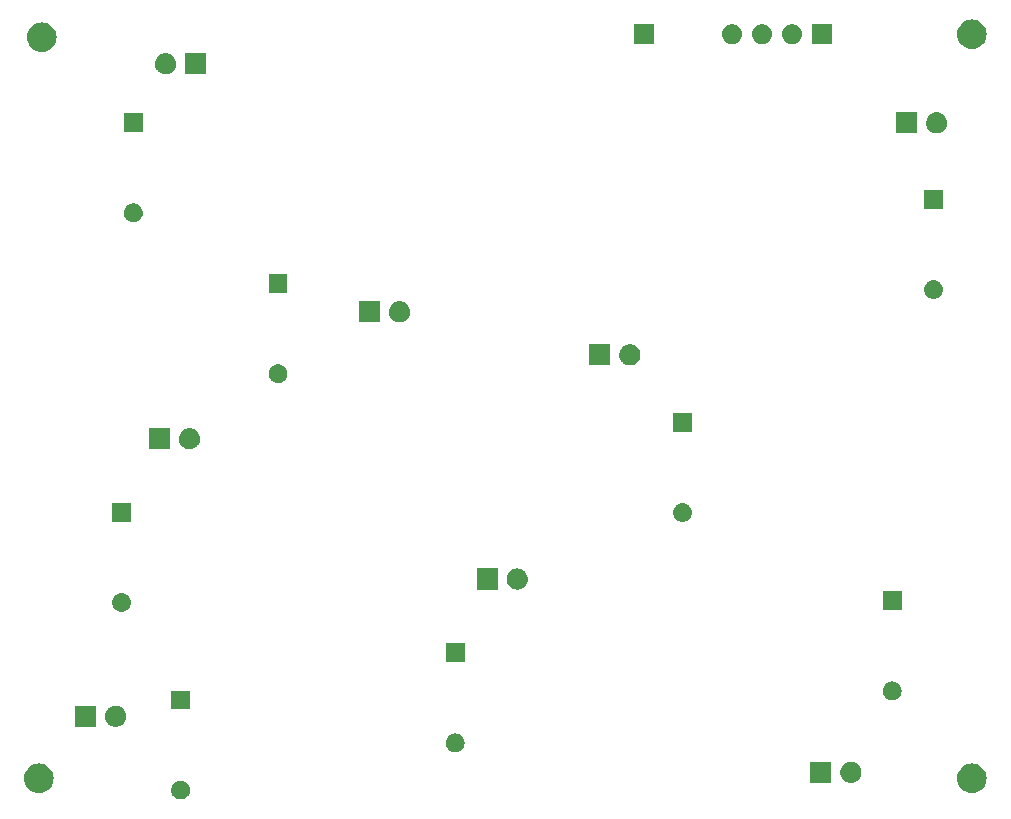
<source format=gbs>
G04 #@! TF.GenerationSoftware,KiCad,Pcbnew,8.0.5*
G04 #@! TF.CreationDate,2024-11-10T14:51:54+09:00*
G04 #@! TF.ProjectId,house_controller_multiplex_breakout_board,686f7573-655f-4636-9f6e-74726f6c6c65,rev?*
G04 #@! TF.SameCoordinates,Original*
G04 #@! TF.FileFunction,Soldermask,Bot*
G04 #@! TF.FilePolarity,Negative*
%FSLAX46Y46*%
G04 Gerber Fmt 4.6, Leading zero omitted, Abs format (unit mm)*
G04 Created by KiCad (PCBNEW 8.0.5) date 2024-11-10 14:51:54*
%MOMM*%
%LPD*%
G01*
G04 APERTURE LIST*
G04 APERTURE END LIST*
G36*
X77041811Y-124204711D02*
G01*
X77083588Y-124204711D01*
X77130718Y-124214728D01*
X77178017Y-124220058D01*
X77212408Y-124232092D01*
X77247110Y-124239468D01*
X77297117Y-124261733D01*
X77347107Y-124279225D01*
X77373128Y-124295575D01*
X77399835Y-124307466D01*
X77449633Y-124343646D01*
X77498792Y-124374535D01*
X77516444Y-124392187D01*
X77535084Y-124405730D01*
X77581165Y-124456908D01*
X77625465Y-124501208D01*
X77635654Y-124517424D01*
X77646946Y-124529965D01*
X77685573Y-124596870D01*
X77720775Y-124652893D01*
X77725170Y-124665453D01*
X77730535Y-124674746D01*
X77758010Y-124759305D01*
X77779942Y-124821983D01*
X77780773Y-124829363D01*
X77782195Y-124833738D01*
X77795076Y-124956306D01*
X77800000Y-125000000D01*
X77795076Y-125043697D01*
X77782195Y-125166261D01*
X77780773Y-125170635D01*
X77779942Y-125178017D01*
X77758005Y-125240707D01*
X77730535Y-125325253D01*
X77725171Y-125334543D01*
X77720775Y-125347107D01*
X77685566Y-125403140D01*
X77646946Y-125470034D01*
X77635656Y-125482572D01*
X77625465Y-125498792D01*
X77581155Y-125543101D01*
X77535084Y-125594269D01*
X77516448Y-125607808D01*
X77498792Y-125625465D01*
X77449623Y-125656359D01*
X77399835Y-125692533D01*
X77373134Y-125704421D01*
X77347107Y-125720775D01*
X77297107Y-125738270D01*
X77247110Y-125760531D01*
X77212414Y-125767905D01*
X77178017Y-125779942D01*
X77130715Y-125785271D01*
X77083588Y-125795289D01*
X77041811Y-125795289D01*
X77000000Y-125800000D01*
X76958189Y-125795289D01*
X76916412Y-125795289D01*
X76869284Y-125785271D01*
X76821983Y-125779942D01*
X76787586Y-125767906D01*
X76752889Y-125760531D01*
X76702887Y-125738268D01*
X76652893Y-125720775D01*
X76626868Y-125704422D01*
X76600164Y-125692533D01*
X76550369Y-125656355D01*
X76501208Y-125625465D01*
X76483554Y-125607811D01*
X76464915Y-125594269D01*
X76418833Y-125543090D01*
X76374535Y-125498792D01*
X76364345Y-125482575D01*
X76353053Y-125470034D01*
X76314420Y-125403120D01*
X76279225Y-125347107D01*
X76274830Y-125334547D01*
X76269464Y-125325253D01*
X76241980Y-125240667D01*
X76220058Y-125178017D01*
X76219226Y-125170639D01*
X76217804Y-125166261D01*
X76204908Y-125043565D01*
X76200000Y-125000000D01*
X76204908Y-124956438D01*
X76217804Y-124833738D01*
X76219226Y-124829358D01*
X76220058Y-124821983D01*
X76241975Y-124759345D01*
X76269464Y-124674746D01*
X76274831Y-124665449D01*
X76279225Y-124652893D01*
X76314413Y-124596890D01*
X76353053Y-124529965D01*
X76364347Y-124517421D01*
X76374535Y-124501208D01*
X76418826Y-124456916D01*
X76464917Y-124405728D01*
X76483559Y-124392183D01*
X76501208Y-124374535D01*
X76550354Y-124343654D01*
X76600162Y-124307467D01*
X76626873Y-124295574D01*
X76652893Y-124279225D01*
X76702877Y-124261734D01*
X76752889Y-124239468D01*
X76787592Y-124232091D01*
X76821983Y-124220058D01*
X76869281Y-124214728D01*
X76916412Y-124204711D01*
X76958189Y-124204711D01*
X77000000Y-124200000D01*
X77041811Y-124204711D01*
G37*
G36*
X65217060Y-122768990D02*
G01*
X65427525Y-122825384D01*
X65625000Y-122917468D01*
X65803485Y-123042444D01*
X65957556Y-123196515D01*
X66082532Y-123375000D01*
X66174616Y-123572475D01*
X66231010Y-123782940D01*
X66250000Y-124000000D01*
X66231010Y-124217060D01*
X66174616Y-124427525D01*
X66082532Y-124625000D01*
X65957556Y-124803485D01*
X65803485Y-124957556D01*
X65625000Y-125082532D01*
X65427525Y-125174616D01*
X65217060Y-125231010D01*
X65000000Y-125250000D01*
X64782940Y-125231010D01*
X64572475Y-125174616D01*
X64375000Y-125082532D01*
X64196515Y-124957556D01*
X64042444Y-124803485D01*
X63917468Y-124625000D01*
X63825384Y-124427525D01*
X63768990Y-124217060D01*
X63750000Y-124000000D01*
X63768990Y-123782940D01*
X63825384Y-123572475D01*
X63917468Y-123375000D01*
X64042444Y-123196515D01*
X64196515Y-123042444D01*
X64375000Y-122917468D01*
X64572475Y-122825384D01*
X64782940Y-122768990D01*
X65000000Y-122750000D01*
X65217060Y-122768990D01*
G37*
G36*
X144217060Y-122768990D02*
G01*
X144427525Y-122825384D01*
X144625000Y-122917468D01*
X144803485Y-123042444D01*
X144957556Y-123196515D01*
X145082532Y-123375000D01*
X145174616Y-123572475D01*
X145231010Y-123782940D01*
X145250000Y-124000000D01*
X145231010Y-124217060D01*
X145174616Y-124427525D01*
X145082532Y-124625000D01*
X144957556Y-124803485D01*
X144803485Y-124957556D01*
X144625000Y-125082532D01*
X144427525Y-125174616D01*
X144217060Y-125231010D01*
X144000000Y-125250000D01*
X143782940Y-125231010D01*
X143572475Y-125174616D01*
X143375000Y-125082532D01*
X143196515Y-124957556D01*
X143042444Y-124803485D01*
X142917468Y-124625000D01*
X142825384Y-124427525D01*
X142768990Y-124217060D01*
X142750000Y-124000000D01*
X142768990Y-123782940D01*
X142825384Y-123572475D01*
X142917468Y-123375000D01*
X143042444Y-123196515D01*
X143196515Y-123042444D01*
X143375000Y-122917468D01*
X143572475Y-122825384D01*
X143782940Y-122768990D01*
X144000000Y-122750000D01*
X144217060Y-122768990D01*
G37*
G36*
X132110000Y-124400000D02*
G01*
X130310000Y-124400000D01*
X130310000Y-122600000D01*
X132110000Y-122600000D01*
X132110000Y-124400000D01*
G37*
G36*
X133797113Y-122604930D02*
G01*
X133844076Y-122604930D01*
X133884622Y-122613548D01*
X133925526Y-122617577D01*
X133976916Y-122633166D01*
X134028115Y-122644049D01*
X134060879Y-122658636D01*
X134094304Y-122668776D01*
X134147420Y-122697166D01*
X134200000Y-122720577D01*
X134224445Y-122738337D01*
X134249849Y-122751916D01*
X134301669Y-122794444D01*
X134352218Y-122831170D01*
X134368631Y-122849398D01*
X134386190Y-122863809D01*
X134433379Y-122921308D01*
X134478115Y-122970993D01*
X134487512Y-122987269D01*
X134498083Y-123000150D01*
X134537183Y-123073302D01*
X134572191Y-123133937D01*
X134576218Y-123146331D01*
X134581223Y-123155695D01*
X134608821Y-123246672D01*
X134630333Y-123312879D01*
X134631090Y-123320082D01*
X134632422Y-123324473D01*
X134645377Y-123456021D01*
X134650000Y-123500000D01*
X134645377Y-123543982D01*
X134632422Y-123675526D01*
X134631090Y-123679916D01*
X134630333Y-123687121D01*
X134608816Y-123753341D01*
X134581223Y-123844304D01*
X134576219Y-123853665D01*
X134572191Y-123866063D01*
X134537176Y-123926709D01*
X134498083Y-123999849D01*
X134487514Y-124012726D01*
X134478115Y-124029007D01*
X134433369Y-124078701D01*
X134386190Y-124136190D01*
X134368634Y-124150597D01*
X134352218Y-124168830D01*
X134301659Y-124205563D01*
X134249849Y-124248083D01*
X134224450Y-124261658D01*
X134200000Y-124279423D01*
X134147408Y-124302838D01*
X134094304Y-124331223D01*
X134060886Y-124341360D01*
X134028115Y-124355951D01*
X133976905Y-124366836D01*
X133925526Y-124382422D01*
X133884631Y-124386449D01*
X133844076Y-124395070D01*
X133797103Y-124395070D01*
X133750000Y-124399709D01*
X133702897Y-124395070D01*
X133655924Y-124395070D01*
X133615368Y-124386449D01*
X133574473Y-124382422D01*
X133523091Y-124366835D01*
X133471885Y-124355951D01*
X133439115Y-124341361D01*
X133405695Y-124331223D01*
X133352585Y-124302835D01*
X133300000Y-124279423D01*
X133275552Y-124261660D01*
X133250150Y-124248083D01*
X133198332Y-124205556D01*
X133147782Y-124168830D01*
X133131368Y-124150600D01*
X133113809Y-124136190D01*
X133066618Y-124078688D01*
X133021885Y-124029007D01*
X133012487Y-124012730D01*
X133001916Y-123999849D01*
X132962810Y-123926686D01*
X132927809Y-123866063D01*
X132923782Y-123853670D01*
X132918776Y-123844304D01*
X132891168Y-123753294D01*
X132869667Y-123687121D01*
X132868910Y-123679921D01*
X132867577Y-123675526D01*
X132854606Y-123543831D01*
X132850000Y-123500000D01*
X132854606Y-123456172D01*
X132867577Y-123324473D01*
X132868910Y-123320077D01*
X132869667Y-123312879D01*
X132891163Y-123246719D01*
X132918776Y-123155695D01*
X132923783Y-123146327D01*
X132927809Y-123133937D01*
X132962802Y-123073326D01*
X133001916Y-123000150D01*
X133012489Y-122987265D01*
X133021885Y-122970993D01*
X133066609Y-122921321D01*
X133113809Y-122863809D01*
X133131371Y-122849395D01*
X133147782Y-122831170D01*
X133198321Y-122794450D01*
X133250150Y-122751916D01*
X133275557Y-122738335D01*
X133300000Y-122720577D01*
X133352573Y-122697169D01*
X133405695Y-122668776D01*
X133439122Y-122658635D01*
X133471885Y-122644049D01*
X133523080Y-122633166D01*
X133574473Y-122617577D01*
X133615377Y-122613548D01*
X133655924Y-122604930D01*
X133702887Y-122604930D01*
X133750000Y-122600290D01*
X133797113Y-122604930D01*
G37*
G36*
X100291811Y-120204711D02*
G01*
X100333588Y-120204711D01*
X100380718Y-120214728D01*
X100428017Y-120220058D01*
X100462408Y-120232092D01*
X100497110Y-120239468D01*
X100547117Y-120261733D01*
X100597107Y-120279225D01*
X100623128Y-120295575D01*
X100649835Y-120307466D01*
X100699633Y-120343646D01*
X100748792Y-120374535D01*
X100766444Y-120392187D01*
X100785084Y-120405730D01*
X100831165Y-120456908D01*
X100875465Y-120501208D01*
X100885654Y-120517424D01*
X100896946Y-120529965D01*
X100935573Y-120596870D01*
X100970775Y-120652893D01*
X100975170Y-120665453D01*
X100980535Y-120674746D01*
X101008010Y-120759305D01*
X101029942Y-120821983D01*
X101030773Y-120829363D01*
X101032195Y-120833738D01*
X101045076Y-120956306D01*
X101050000Y-121000000D01*
X101045076Y-121043697D01*
X101032195Y-121166261D01*
X101030773Y-121170635D01*
X101029942Y-121178017D01*
X101008005Y-121240707D01*
X100980535Y-121325253D01*
X100975171Y-121334543D01*
X100970775Y-121347107D01*
X100935566Y-121403140D01*
X100896946Y-121470034D01*
X100885656Y-121482572D01*
X100875465Y-121498792D01*
X100831155Y-121543101D01*
X100785084Y-121594269D01*
X100766448Y-121607808D01*
X100748792Y-121625465D01*
X100699623Y-121656359D01*
X100649835Y-121692533D01*
X100623134Y-121704421D01*
X100597107Y-121720775D01*
X100547107Y-121738270D01*
X100497110Y-121760531D01*
X100462414Y-121767905D01*
X100428017Y-121779942D01*
X100380715Y-121785271D01*
X100333588Y-121795289D01*
X100291811Y-121795289D01*
X100250000Y-121800000D01*
X100208189Y-121795289D01*
X100166412Y-121795289D01*
X100119284Y-121785271D01*
X100071983Y-121779942D01*
X100037586Y-121767906D01*
X100002889Y-121760531D01*
X99952887Y-121738268D01*
X99902893Y-121720775D01*
X99876868Y-121704422D01*
X99850164Y-121692533D01*
X99800369Y-121656355D01*
X99751208Y-121625465D01*
X99733554Y-121607811D01*
X99714915Y-121594269D01*
X99668833Y-121543090D01*
X99624535Y-121498792D01*
X99614345Y-121482575D01*
X99603053Y-121470034D01*
X99564420Y-121403120D01*
X99529225Y-121347107D01*
X99524830Y-121334547D01*
X99519464Y-121325253D01*
X99491980Y-121240667D01*
X99470058Y-121178017D01*
X99469226Y-121170639D01*
X99467804Y-121166261D01*
X99454908Y-121043565D01*
X99450000Y-121000000D01*
X99454908Y-120956438D01*
X99467804Y-120833738D01*
X99469226Y-120829358D01*
X99470058Y-120821983D01*
X99491975Y-120759345D01*
X99519464Y-120674746D01*
X99524831Y-120665449D01*
X99529225Y-120652893D01*
X99564413Y-120596890D01*
X99603053Y-120529965D01*
X99614347Y-120517421D01*
X99624535Y-120501208D01*
X99668826Y-120456916D01*
X99714917Y-120405728D01*
X99733559Y-120392183D01*
X99751208Y-120374535D01*
X99800354Y-120343654D01*
X99850162Y-120307467D01*
X99876873Y-120295574D01*
X99902893Y-120279225D01*
X99952877Y-120261734D01*
X100002889Y-120239468D01*
X100037592Y-120232091D01*
X100071983Y-120220058D01*
X100119281Y-120214728D01*
X100166412Y-120204711D01*
X100208189Y-120204711D01*
X100250000Y-120200000D01*
X100291811Y-120204711D01*
G37*
G36*
X69860000Y-119650000D02*
G01*
X68060000Y-119650000D01*
X68060000Y-117850000D01*
X69860000Y-117850000D01*
X69860000Y-119650000D01*
G37*
G36*
X71547113Y-117854930D02*
G01*
X71594076Y-117854930D01*
X71634622Y-117863548D01*
X71675526Y-117867577D01*
X71726916Y-117883166D01*
X71778115Y-117894049D01*
X71810879Y-117908636D01*
X71844304Y-117918776D01*
X71897420Y-117947166D01*
X71950000Y-117970577D01*
X71974445Y-117988337D01*
X71999849Y-118001916D01*
X72051669Y-118044444D01*
X72102218Y-118081170D01*
X72118631Y-118099398D01*
X72136190Y-118113809D01*
X72183379Y-118171308D01*
X72228115Y-118220993D01*
X72237512Y-118237269D01*
X72248083Y-118250150D01*
X72287183Y-118323302D01*
X72322191Y-118383937D01*
X72326218Y-118396331D01*
X72331223Y-118405695D01*
X72358821Y-118496672D01*
X72380333Y-118562879D01*
X72381090Y-118570082D01*
X72382422Y-118574473D01*
X72395377Y-118706021D01*
X72400000Y-118750000D01*
X72395377Y-118793982D01*
X72382422Y-118925526D01*
X72381090Y-118929916D01*
X72380333Y-118937121D01*
X72358816Y-119003341D01*
X72331223Y-119094304D01*
X72326219Y-119103665D01*
X72322191Y-119116063D01*
X72287176Y-119176709D01*
X72248083Y-119249849D01*
X72237514Y-119262726D01*
X72228115Y-119279007D01*
X72183369Y-119328701D01*
X72136190Y-119386190D01*
X72118634Y-119400597D01*
X72102218Y-119418830D01*
X72051659Y-119455563D01*
X71999849Y-119498083D01*
X71974450Y-119511658D01*
X71950000Y-119529423D01*
X71897408Y-119552838D01*
X71844304Y-119581223D01*
X71810886Y-119591360D01*
X71778115Y-119605951D01*
X71726905Y-119616836D01*
X71675526Y-119632422D01*
X71634631Y-119636449D01*
X71594076Y-119645070D01*
X71547103Y-119645070D01*
X71500000Y-119649709D01*
X71452897Y-119645070D01*
X71405924Y-119645070D01*
X71365368Y-119636449D01*
X71324473Y-119632422D01*
X71273091Y-119616835D01*
X71221885Y-119605951D01*
X71189115Y-119591361D01*
X71155695Y-119581223D01*
X71102585Y-119552835D01*
X71050000Y-119529423D01*
X71025552Y-119511660D01*
X71000150Y-119498083D01*
X70948332Y-119455556D01*
X70897782Y-119418830D01*
X70881368Y-119400600D01*
X70863809Y-119386190D01*
X70816618Y-119328688D01*
X70771885Y-119279007D01*
X70762487Y-119262730D01*
X70751916Y-119249849D01*
X70712810Y-119176686D01*
X70677809Y-119116063D01*
X70673782Y-119103670D01*
X70668776Y-119094304D01*
X70641168Y-119003294D01*
X70619667Y-118937121D01*
X70618910Y-118929921D01*
X70617577Y-118925526D01*
X70604606Y-118793831D01*
X70600000Y-118750000D01*
X70604606Y-118706172D01*
X70617577Y-118574473D01*
X70618910Y-118570077D01*
X70619667Y-118562879D01*
X70641163Y-118496719D01*
X70668776Y-118405695D01*
X70673783Y-118396327D01*
X70677809Y-118383937D01*
X70712802Y-118323326D01*
X70751916Y-118250150D01*
X70762489Y-118237265D01*
X70771885Y-118220993D01*
X70816609Y-118171321D01*
X70863809Y-118113809D01*
X70881371Y-118099395D01*
X70897782Y-118081170D01*
X70948321Y-118044450D01*
X71000150Y-118001916D01*
X71025557Y-117988335D01*
X71050000Y-117970577D01*
X71102573Y-117947169D01*
X71155695Y-117918776D01*
X71189122Y-117908635D01*
X71221885Y-117894049D01*
X71273080Y-117883166D01*
X71324473Y-117867577D01*
X71365377Y-117863548D01*
X71405924Y-117854930D01*
X71452887Y-117854930D01*
X71500000Y-117850290D01*
X71547113Y-117854930D01*
G37*
G36*
X77800000Y-118180000D02*
G01*
X76200000Y-118180000D01*
X76200000Y-116580000D01*
X77800000Y-116580000D01*
X77800000Y-118180000D01*
G37*
G36*
X137291811Y-115807211D02*
G01*
X137333588Y-115807211D01*
X137380718Y-115817228D01*
X137428017Y-115822558D01*
X137462408Y-115834592D01*
X137497110Y-115841968D01*
X137547117Y-115864233D01*
X137597107Y-115881725D01*
X137623128Y-115898075D01*
X137649835Y-115909966D01*
X137699633Y-115946146D01*
X137748792Y-115977035D01*
X137766444Y-115994687D01*
X137785084Y-116008230D01*
X137831165Y-116059408D01*
X137875465Y-116103708D01*
X137885654Y-116119924D01*
X137896946Y-116132465D01*
X137935573Y-116199370D01*
X137970775Y-116255393D01*
X137975170Y-116267953D01*
X137980535Y-116277246D01*
X138008010Y-116361805D01*
X138029942Y-116424483D01*
X138030773Y-116431863D01*
X138032195Y-116436238D01*
X138045076Y-116558806D01*
X138050000Y-116602500D01*
X138045076Y-116646197D01*
X138032195Y-116768761D01*
X138030773Y-116773135D01*
X138029942Y-116780517D01*
X138008005Y-116843207D01*
X137980535Y-116927753D01*
X137975171Y-116937043D01*
X137970775Y-116949607D01*
X137935566Y-117005640D01*
X137896946Y-117072534D01*
X137885656Y-117085072D01*
X137875465Y-117101292D01*
X137831155Y-117145601D01*
X137785084Y-117196769D01*
X137766448Y-117210308D01*
X137748792Y-117227965D01*
X137699623Y-117258859D01*
X137649835Y-117295033D01*
X137623134Y-117306921D01*
X137597107Y-117323275D01*
X137547107Y-117340770D01*
X137497110Y-117363031D01*
X137462414Y-117370405D01*
X137428017Y-117382442D01*
X137380715Y-117387771D01*
X137333588Y-117397789D01*
X137291811Y-117397789D01*
X137250000Y-117402500D01*
X137208189Y-117397789D01*
X137166412Y-117397789D01*
X137119284Y-117387771D01*
X137071983Y-117382442D01*
X137037586Y-117370406D01*
X137002889Y-117363031D01*
X136952887Y-117340768D01*
X136902893Y-117323275D01*
X136876868Y-117306922D01*
X136850164Y-117295033D01*
X136800369Y-117258855D01*
X136751208Y-117227965D01*
X136733554Y-117210311D01*
X136714915Y-117196769D01*
X136668833Y-117145590D01*
X136624535Y-117101292D01*
X136614345Y-117085075D01*
X136603053Y-117072534D01*
X136564420Y-117005620D01*
X136529225Y-116949607D01*
X136524830Y-116937047D01*
X136519464Y-116927753D01*
X136491980Y-116843167D01*
X136470058Y-116780517D01*
X136469226Y-116773139D01*
X136467804Y-116768761D01*
X136454908Y-116646065D01*
X136450000Y-116602500D01*
X136454908Y-116558938D01*
X136467804Y-116436238D01*
X136469226Y-116431858D01*
X136470058Y-116424483D01*
X136491975Y-116361845D01*
X136519464Y-116277246D01*
X136524831Y-116267949D01*
X136529225Y-116255393D01*
X136564413Y-116199390D01*
X136603053Y-116132465D01*
X136614347Y-116119921D01*
X136624535Y-116103708D01*
X136668826Y-116059416D01*
X136714917Y-116008228D01*
X136733559Y-115994683D01*
X136751208Y-115977035D01*
X136800354Y-115946154D01*
X136850162Y-115909967D01*
X136876873Y-115898074D01*
X136902893Y-115881725D01*
X136952877Y-115864234D01*
X137002889Y-115841968D01*
X137037592Y-115834591D01*
X137071983Y-115822558D01*
X137119281Y-115817228D01*
X137166412Y-115807211D01*
X137208189Y-115807211D01*
X137250000Y-115802500D01*
X137291811Y-115807211D01*
G37*
G36*
X101050000Y-114180000D02*
G01*
X99450000Y-114180000D01*
X99450000Y-112580000D01*
X101050000Y-112580000D01*
X101050000Y-114180000D01*
G37*
G36*
X72041811Y-108307211D02*
G01*
X72083588Y-108307211D01*
X72130718Y-108317228D01*
X72178017Y-108322558D01*
X72212408Y-108334592D01*
X72247110Y-108341968D01*
X72297117Y-108364233D01*
X72347107Y-108381725D01*
X72373128Y-108398075D01*
X72399835Y-108409966D01*
X72449633Y-108446146D01*
X72498792Y-108477035D01*
X72516444Y-108494687D01*
X72535084Y-108508230D01*
X72581165Y-108559408D01*
X72625465Y-108603708D01*
X72635654Y-108619924D01*
X72646946Y-108632465D01*
X72685573Y-108699370D01*
X72720775Y-108755393D01*
X72725170Y-108767953D01*
X72730535Y-108777246D01*
X72758010Y-108861805D01*
X72779942Y-108924483D01*
X72780773Y-108931863D01*
X72782195Y-108936238D01*
X72795076Y-109058806D01*
X72800000Y-109102500D01*
X72795076Y-109146197D01*
X72782195Y-109268761D01*
X72780773Y-109273135D01*
X72779942Y-109280517D01*
X72758005Y-109343207D01*
X72730535Y-109427753D01*
X72725171Y-109437043D01*
X72720775Y-109449607D01*
X72685566Y-109505640D01*
X72646946Y-109572534D01*
X72635656Y-109585072D01*
X72625465Y-109601292D01*
X72581155Y-109645601D01*
X72535084Y-109696769D01*
X72516448Y-109710308D01*
X72498792Y-109727965D01*
X72449623Y-109758859D01*
X72399835Y-109795033D01*
X72373134Y-109806921D01*
X72347107Y-109823275D01*
X72297107Y-109840770D01*
X72247110Y-109863031D01*
X72212414Y-109870405D01*
X72178017Y-109882442D01*
X72130715Y-109887771D01*
X72083588Y-109897789D01*
X72041811Y-109897789D01*
X72000000Y-109902500D01*
X71958189Y-109897789D01*
X71916412Y-109897789D01*
X71869284Y-109887771D01*
X71821983Y-109882442D01*
X71787586Y-109870406D01*
X71752889Y-109863031D01*
X71702887Y-109840768D01*
X71652893Y-109823275D01*
X71626868Y-109806922D01*
X71600164Y-109795033D01*
X71550369Y-109758855D01*
X71501208Y-109727965D01*
X71483554Y-109710311D01*
X71464915Y-109696769D01*
X71418833Y-109645590D01*
X71374535Y-109601292D01*
X71364345Y-109585075D01*
X71353053Y-109572534D01*
X71314420Y-109505620D01*
X71279225Y-109449607D01*
X71274830Y-109437047D01*
X71269464Y-109427753D01*
X71241980Y-109343167D01*
X71220058Y-109280517D01*
X71219226Y-109273139D01*
X71217804Y-109268761D01*
X71204908Y-109146065D01*
X71200000Y-109102500D01*
X71204908Y-109058938D01*
X71217804Y-108936238D01*
X71219226Y-108931858D01*
X71220058Y-108924483D01*
X71241975Y-108861845D01*
X71269464Y-108777246D01*
X71274831Y-108767949D01*
X71279225Y-108755393D01*
X71314413Y-108699390D01*
X71353053Y-108632465D01*
X71364347Y-108619921D01*
X71374535Y-108603708D01*
X71418826Y-108559416D01*
X71464917Y-108508228D01*
X71483559Y-108494683D01*
X71501208Y-108477035D01*
X71550354Y-108446154D01*
X71600162Y-108409967D01*
X71626873Y-108398074D01*
X71652893Y-108381725D01*
X71702877Y-108364234D01*
X71752889Y-108341968D01*
X71787592Y-108334591D01*
X71821983Y-108322558D01*
X71869281Y-108317228D01*
X71916412Y-108307211D01*
X71958189Y-108307211D01*
X72000000Y-108302500D01*
X72041811Y-108307211D01*
G37*
G36*
X138050000Y-109782500D02*
G01*
X136450000Y-109782500D01*
X136450000Y-108182500D01*
X138050000Y-108182500D01*
X138050000Y-109782500D01*
G37*
G36*
X103860000Y-108030000D02*
G01*
X102060000Y-108030000D01*
X102060000Y-106230000D01*
X103860000Y-106230000D01*
X103860000Y-108030000D01*
G37*
G36*
X105547113Y-106234930D02*
G01*
X105594076Y-106234930D01*
X105634622Y-106243548D01*
X105675526Y-106247577D01*
X105726916Y-106263166D01*
X105778115Y-106274049D01*
X105810879Y-106288636D01*
X105844304Y-106298776D01*
X105897420Y-106327166D01*
X105950000Y-106350577D01*
X105974445Y-106368337D01*
X105999849Y-106381916D01*
X106051669Y-106424444D01*
X106102218Y-106461170D01*
X106118631Y-106479398D01*
X106136190Y-106493809D01*
X106183379Y-106551308D01*
X106228115Y-106600993D01*
X106237512Y-106617269D01*
X106248083Y-106630150D01*
X106287183Y-106703302D01*
X106322191Y-106763937D01*
X106326218Y-106776331D01*
X106331223Y-106785695D01*
X106358821Y-106876672D01*
X106380333Y-106942879D01*
X106381090Y-106950082D01*
X106382422Y-106954473D01*
X106395377Y-107086021D01*
X106400000Y-107130000D01*
X106395377Y-107173982D01*
X106382422Y-107305526D01*
X106381090Y-107309916D01*
X106380333Y-107317121D01*
X106358816Y-107383341D01*
X106331223Y-107474304D01*
X106326219Y-107483665D01*
X106322191Y-107496063D01*
X106287176Y-107556709D01*
X106248083Y-107629849D01*
X106237514Y-107642726D01*
X106228115Y-107659007D01*
X106183369Y-107708701D01*
X106136190Y-107766190D01*
X106118634Y-107780597D01*
X106102218Y-107798830D01*
X106051659Y-107835563D01*
X105999849Y-107878083D01*
X105974450Y-107891658D01*
X105950000Y-107909423D01*
X105897408Y-107932838D01*
X105844304Y-107961223D01*
X105810886Y-107971360D01*
X105778115Y-107985951D01*
X105726905Y-107996836D01*
X105675526Y-108012422D01*
X105634631Y-108016449D01*
X105594076Y-108025070D01*
X105547103Y-108025070D01*
X105500000Y-108029709D01*
X105452897Y-108025070D01*
X105405924Y-108025070D01*
X105365368Y-108016449D01*
X105324473Y-108012422D01*
X105273091Y-107996835D01*
X105221885Y-107985951D01*
X105189115Y-107971361D01*
X105155695Y-107961223D01*
X105102585Y-107932835D01*
X105050000Y-107909423D01*
X105025552Y-107891660D01*
X105000150Y-107878083D01*
X104948332Y-107835556D01*
X104897782Y-107798830D01*
X104881368Y-107780600D01*
X104863809Y-107766190D01*
X104816618Y-107708688D01*
X104771885Y-107659007D01*
X104762487Y-107642730D01*
X104751916Y-107629849D01*
X104712810Y-107556686D01*
X104677809Y-107496063D01*
X104673782Y-107483670D01*
X104668776Y-107474304D01*
X104641168Y-107383294D01*
X104619667Y-107317121D01*
X104618910Y-107309921D01*
X104617577Y-107305526D01*
X104604606Y-107173831D01*
X104600000Y-107130000D01*
X104604606Y-107086172D01*
X104617577Y-106954473D01*
X104618910Y-106950077D01*
X104619667Y-106942879D01*
X104641163Y-106876719D01*
X104668776Y-106785695D01*
X104673783Y-106776327D01*
X104677809Y-106763937D01*
X104712802Y-106703326D01*
X104751916Y-106630150D01*
X104762489Y-106617265D01*
X104771885Y-106600993D01*
X104816609Y-106551321D01*
X104863809Y-106493809D01*
X104881371Y-106479395D01*
X104897782Y-106461170D01*
X104948321Y-106424450D01*
X105000150Y-106381916D01*
X105025557Y-106368335D01*
X105050000Y-106350577D01*
X105102573Y-106327169D01*
X105155695Y-106298776D01*
X105189122Y-106288635D01*
X105221885Y-106274049D01*
X105273080Y-106263166D01*
X105324473Y-106247577D01*
X105365377Y-106243548D01*
X105405924Y-106234930D01*
X105452887Y-106234930D01*
X105500000Y-106230290D01*
X105547113Y-106234930D01*
G37*
G36*
X119541811Y-100704711D02*
G01*
X119583588Y-100704711D01*
X119630718Y-100714728D01*
X119678017Y-100720058D01*
X119712408Y-100732092D01*
X119747110Y-100739468D01*
X119797117Y-100761733D01*
X119847107Y-100779225D01*
X119873128Y-100795575D01*
X119899835Y-100807466D01*
X119949633Y-100843646D01*
X119998792Y-100874535D01*
X120016444Y-100892187D01*
X120035084Y-100905730D01*
X120081165Y-100956908D01*
X120125465Y-101001208D01*
X120135654Y-101017424D01*
X120146946Y-101029965D01*
X120185573Y-101096870D01*
X120220775Y-101152893D01*
X120225170Y-101165453D01*
X120230535Y-101174746D01*
X120258010Y-101259305D01*
X120279942Y-101321983D01*
X120280773Y-101329363D01*
X120282195Y-101333738D01*
X120295076Y-101456306D01*
X120300000Y-101500000D01*
X120295076Y-101543697D01*
X120282195Y-101666261D01*
X120280773Y-101670635D01*
X120279942Y-101678017D01*
X120258005Y-101740707D01*
X120230535Y-101825253D01*
X120225171Y-101834543D01*
X120220775Y-101847107D01*
X120185566Y-101903140D01*
X120146946Y-101970034D01*
X120135656Y-101982572D01*
X120125465Y-101998792D01*
X120081155Y-102043101D01*
X120035084Y-102094269D01*
X120016448Y-102107808D01*
X119998792Y-102125465D01*
X119949623Y-102156359D01*
X119899835Y-102192533D01*
X119873134Y-102204421D01*
X119847107Y-102220775D01*
X119797107Y-102238270D01*
X119747110Y-102260531D01*
X119712414Y-102267905D01*
X119678017Y-102279942D01*
X119630715Y-102285271D01*
X119583588Y-102295289D01*
X119541811Y-102295289D01*
X119500000Y-102300000D01*
X119458189Y-102295289D01*
X119416412Y-102295289D01*
X119369284Y-102285271D01*
X119321983Y-102279942D01*
X119287586Y-102267906D01*
X119252889Y-102260531D01*
X119202887Y-102238268D01*
X119152893Y-102220775D01*
X119126868Y-102204422D01*
X119100164Y-102192533D01*
X119050369Y-102156355D01*
X119001208Y-102125465D01*
X118983554Y-102107811D01*
X118964915Y-102094269D01*
X118918833Y-102043090D01*
X118874535Y-101998792D01*
X118864345Y-101982575D01*
X118853053Y-101970034D01*
X118814420Y-101903120D01*
X118779225Y-101847107D01*
X118774830Y-101834547D01*
X118769464Y-101825253D01*
X118741980Y-101740667D01*
X118720058Y-101678017D01*
X118719226Y-101670639D01*
X118717804Y-101666261D01*
X118704908Y-101543565D01*
X118700000Y-101500000D01*
X118704908Y-101456438D01*
X118717804Y-101333738D01*
X118719226Y-101329358D01*
X118720058Y-101321983D01*
X118741975Y-101259345D01*
X118769464Y-101174746D01*
X118774831Y-101165449D01*
X118779225Y-101152893D01*
X118814413Y-101096890D01*
X118853053Y-101029965D01*
X118864347Y-101017421D01*
X118874535Y-101001208D01*
X118918826Y-100956916D01*
X118964917Y-100905728D01*
X118983559Y-100892183D01*
X119001208Y-100874535D01*
X119050354Y-100843654D01*
X119100162Y-100807467D01*
X119126873Y-100795574D01*
X119152893Y-100779225D01*
X119202877Y-100761734D01*
X119252889Y-100739468D01*
X119287592Y-100732091D01*
X119321983Y-100720058D01*
X119369281Y-100714728D01*
X119416412Y-100704711D01*
X119458189Y-100704711D01*
X119500000Y-100700000D01*
X119541811Y-100704711D01*
G37*
G36*
X72800000Y-102282500D02*
G01*
X71200000Y-102282500D01*
X71200000Y-100682500D01*
X72800000Y-100682500D01*
X72800000Y-102282500D01*
G37*
G36*
X76110000Y-96150000D02*
G01*
X74310000Y-96150000D01*
X74310000Y-94350000D01*
X76110000Y-94350000D01*
X76110000Y-96150000D01*
G37*
G36*
X77797113Y-94354930D02*
G01*
X77844076Y-94354930D01*
X77884622Y-94363548D01*
X77925526Y-94367577D01*
X77976916Y-94383166D01*
X78028115Y-94394049D01*
X78060879Y-94408636D01*
X78094304Y-94418776D01*
X78147420Y-94447166D01*
X78200000Y-94470577D01*
X78224445Y-94488337D01*
X78249849Y-94501916D01*
X78301669Y-94544444D01*
X78352218Y-94581170D01*
X78368631Y-94599398D01*
X78386190Y-94613809D01*
X78433379Y-94671308D01*
X78478115Y-94720993D01*
X78487512Y-94737269D01*
X78498083Y-94750150D01*
X78537183Y-94823302D01*
X78572191Y-94883937D01*
X78576218Y-94896331D01*
X78581223Y-94905695D01*
X78608821Y-94996672D01*
X78630333Y-95062879D01*
X78631090Y-95070082D01*
X78632422Y-95074473D01*
X78645377Y-95206021D01*
X78650000Y-95250000D01*
X78645377Y-95293982D01*
X78632422Y-95425526D01*
X78631090Y-95429916D01*
X78630333Y-95437121D01*
X78608816Y-95503341D01*
X78581223Y-95594304D01*
X78576219Y-95603665D01*
X78572191Y-95616063D01*
X78537176Y-95676709D01*
X78498083Y-95749849D01*
X78487514Y-95762726D01*
X78478115Y-95779007D01*
X78433369Y-95828701D01*
X78386190Y-95886190D01*
X78368634Y-95900597D01*
X78352218Y-95918830D01*
X78301659Y-95955563D01*
X78249849Y-95998083D01*
X78224450Y-96011658D01*
X78200000Y-96029423D01*
X78147408Y-96052838D01*
X78094304Y-96081223D01*
X78060886Y-96091360D01*
X78028115Y-96105951D01*
X77976905Y-96116836D01*
X77925526Y-96132422D01*
X77884631Y-96136449D01*
X77844076Y-96145070D01*
X77797103Y-96145070D01*
X77750000Y-96149709D01*
X77702897Y-96145070D01*
X77655924Y-96145070D01*
X77615368Y-96136449D01*
X77574473Y-96132422D01*
X77523091Y-96116835D01*
X77471885Y-96105951D01*
X77439115Y-96091361D01*
X77405695Y-96081223D01*
X77352585Y-96052835D01*
X77300000Y-96029423D01*
X77275552Y-96011660D01*
X77250150Y-95998083D01*
X77198332Y-95955556D01*
X77147782Y-95918830D01*
X77131368Y-95900600D01*
X77113809Y-95886190D01*
X77066618Y-95828688D01*
X77021885Y-95779007D01*
X77012487Y-95762730D01*
X77001916Y-95749849D01*
X76962810Y-95676686D01*
X76927809Y-95616063D01*
X76923782Y-95603670D01*
X76918776Y-95594304D01*
X76891168Y-95503294D01*
X76869667Y-95437121D01*
X76868910Y-95429921D01*
X76867577Y-95425526D01*
X76854606Y-95293831D01*
X76850000Y-95250000D01*
X76854606Y-95206172D01*
X76867577Y-95074473D01*
X76868910Y-95070077D01*
X76869667Y-95062879D01*
X76891163Y-94996719D01*
X76918776Y-94905695D01*
X76923783Y-94896327D01*
X76927809Y-94883937D01*
X76962802Y-94823326D01*
X77001916Y-94750150D01*
X77012489Y-94737265D01*
X77021885Y-94720993D01*
X77066609Y-94671321D01*
X77113809Y-94613809D01*
X77131371Y-94599395D01*
X77147782Y-94581170D01*
X77198321Y-94544450D01*
X77250150Y-94501916D01*
X77275557Y-94488335D01*
X77300000Y-94470577D01*
X77352573Y-94447169D01*
X77405695Y-94418776D01*
X77439122Y-94408635D01*
X77471885Y-94394049D01*
X77523080Y-94383166D01*
X77574473Y-94367577D01*
X77615377Y-94363548D01*
X77655924Y-94354930D01*
X77702887Y-94354930D01*
X77750000Y-94350290D01*
X77797113Y-94354930D01*
G37*
G36*
X120300000Y-94680000D02*
G01*
X118700000Y-94680000D01*
X118700000Y-93080000D01*
X120300000Y-93080000D01*
X120300000Y-94680000D01*
G37*
G36*
X85291811Y-88954711D02*
G01*
X85333588Y-88954711D01*
X85380718Y-88964728D01*
X85428017Y-88970058D01*
X85462408Y-88982092D01*
X85497110Y-88989468D01*
X85547117Y-89011733D01*
X85597107Y-89029225D01*
X85623128Y-89045575D01*
X85649835Y-89057466D01*
X85699633Y-89093646D01*
X85748792Y-89124535D01*
X85766444Y-89142187D01*
X85785084Y-89155730D01*
X85831165Y-89206908D01*
X85875465Y-89251208D01*
X85885654Y-89267424D01*
X85896946Y-89279965D01*
X85935573Y-89346870D01*
X85970775Y-89402893D01*
X85975170Y-89415453D01*
X85980535Y-89424746D01*
X86008010Y-89509305D01*
X86029942Y-89571983D01*
X86030773Y-89579363D01*
X86032195Y-89583738D01*
X86045076Y-89706306D01*
X86050000Y-89750000D01*
X86045076Y-89793697D01*
X86032195Y-89916261D01*
X86030773Y-89920635D01*
X86029942Y-89928017D01*
X86008005Y-89990707D01*
X85980535Y-90075253D01*
X85975171Y-90084543D01*
X85970775Y-90097107D01*
X85935566Y-90153140D01*
X85896946Y-90220034D01*
X85885656Y-90232572D01*
X85875465Y-90248792D01*
X85831155Y-90293101D01*
X85785084Y-90344269D01*
X85766448Y-90357808D01*
X85748792Y-90375465D01*
X85699623Y-90406359D01*
X85649835Y-90442533D01*
X85623134Y-90454421D01*
X85597107Y-90470775D01*
X85547107Y-90488270D01*
X85497110Y-90510531D01*
X85462414Y-90517905D01*
X85428017Y-90529942D01*
X85380715Y-90535271D01*
X85333588Y-90545289D01*
X85291811Y-90545289D01*
X85250000Y-90550000D01*
X85208189Y-90545289D01*
X85166412Y-90545289D01*
X85119284Y-90535271D01*
X85071983Y-90529942D01*
X85037586Y-90517906D01*
X85002889Y-90510531D01*
X84952887Y-90488268D01*
X84902893Y-90470775D01*
X84876868Y-90454422D01*
X84850164Y-90442533D01*
X84800369Y-90406355D01*
X84751208Y-90375465D01*
X84733554Y-90357811D01*
X84714915Y-90344269D01*
X84668833Y-90293090D01*
X84624535Y-90248792D01*
X84614345Y-90232575D01*
X84603053Y-90220034D01*
X84564420Y-90153120D01*
X84529225Y-90097107D01*
X84524830Y-90084547D01*
X84519464Y-90075253D01*
X84491980Y-89990667D01*
X84470058Y-89928017D01*
X84469226Y-89920639D01*
X84467804Y-89916261D01*
X84454908Y-89793565D01*
X84450000Y-89750000D01*
X84454908Y-89706438D01*
X84467804Y-89583738D01*
X84469226Y-89579358D01*
X84470058Y-89571983D01*
X84491975Y-89509345D01*
X84519464Y-89424746D01*
X84524831Y-89415449D01*
X84529225Y-89402893D01*
X84564413Y-89346890D01*
X84603053Y-89279965D01*
X84614347Y-89267421D01*
X84624535Y-89251208D01*
X84668826Y-89206916D01*
X84714917Y-89155728D01*
X84733559Y-89142183D01*
X84751208Y-89124535D01*
X84800354Y-89093654D01*
X84850162Y-89057467D01*
X84876873Y-89045574D01*
X84902893Y-89029225D01*
X84952877Y-89011734D01*
X85002889Y-88989468D01*
X85037592Y-88982091D01*
X85071983Y-88970058D01*
X85119281Y-88964728D01*
X85166412Y-88954711D01*
X85208189Y-88954711D01*
X85250000Y-88950000D01*
X85291811Y-88954711D01*
G37*
G36*
X113400000Y-89047500D02*
G01*
X111600000Y-89047500D01*
X111600000Y-87247500D01*
X113400000Y-87247500D01*
X113400000Y-89047500D01*
G37*
G36*
X115087113Y-87252430D02*
G01*
X115134076Y-87252430D01*
X115174622Y-87261048D01*
X115215526Y-87265077D01*
X115266916Y-87280666D01*
X115318115Y-87291549D01*
X115350879Y-87306136D01*
X115384304Y-87316276D01*
X115437420Y-87344666D01*
X115490000Y-87368077D01*
X115514445Y-87385837D01*
X115539849Y-87399416D01*
X115591669Y-87441944D01*
X115642218Y-87478670D01*
X115658631Y-87496898D01*
X115676190Y-87511309D01*
X115723379Y-87568808D01*
X115768115Y-87618493D01*
X115777512Y-87634769D01*
X115788083Y-87647650D01*
X115827183Y-87720802D01*
X115862191Y-87781437D01*
X115866218Y-87793831D01*
X115871223Y-87803195D01*
X115898821Y-87894172D01*
X115920333Y-87960379D01*
X115921090Y-87967582D01*
X115922422Y-87971973D01*
X115935377Y-88103521D01*
X115940000Y-88147500D01*
X115935377Y-88191482D01*
X115922422Y-88323026D01*
X115921090Y-88327416D01*
X115920333Y-88334621D01*
X115898816Y-88400841D01*
X115871223Y-88491804D01*
X115866219Y-88501165D01*
X115862191Y-88513563D01*
X115827176Y-88574209D01*
X115788083Y-88647349D01*
X115777514Y-88660226D01*
X115768115Y-88676507D01*
X115723369Y-88726201D01*
X115676190Y-88783690D01*
X115658634Y-88798097D01*
X115642218Y-88816330D01*
X115591659Y-88853063D01*
X115539849Y-88895583D01*
X115514450Y-88909158D01*
X115490000Y-88926923D01*
X115437408Y-88950338D01*
X115384304Y-88978723D01*
X115350886Y-88988860D01*
X115318115Y-89003451D01*
X115266905Y-89014336D01*
X115215526Y-89029922D01*
X115174631Y-89033949D01*
X115134076Y-89042570D01*
X115087103Y-89042570D01*
X115040000Y-89047209D01*
X114992897Y-89042570D01*
X114945924Y-89042570D01*
X114905368Y-89033949D01*
X114864473Y-89029922D01*
X114813091Y-89014335D01*
X114761885Y-89003451D01*
X114729115Y-88988861D01*
X114695695Y-88978723D01*
X114642585Y-88950335D01*
X114590000Y-88926923D01*
X114565552Y-88909160D01*
X114540150Y-88895583D01*
X114488332Y-88853056D01*
X114437782Y-88816330D01*
X114421368Y-88798100D01*
X114403809Y-88783690D01*
X114356618Y-88726188D01*
X114311885Y-88676507D01*
X114302487Y-88660230D01*
X114291916Y-88647349D01*
X114252810Y-88574186D01*
X114217809Y-88513563D01*
X114213782Y-88501170D01*
X114208776Y-88491804D01*
X114181168Y-88400794D01*
X114159667Y-88334621D01*
X114158910Y-88327421D01*
X114157577Y-88323026D01*
X114144606Y-88191331D01*
X114140000Y-88147500D01*
X114144606Y-88103672D01*
X114157577Y-87971973D01*
X114158910Y-87967577D01*
X114159667Y-87960379D01*
X114181163Y-87894219D01*
X114208776Y-87803195D01*
X114213783Y-87793827D01*
X114217809Y-87781437D01*
X114252802Y-87720826D01*
X114291916Y-87647650D01*
X114302489Y-87634765D01*
X114311885Y-87618493D01*
X114356609Y-87568821D01*
X114403809Y-87511309D01*
X114421371Y-87496895D01*
X114437782Y-87478670D01*
X114488321Y-87441950D01*
X114540150Y-87399416D01*
X114565557Y-87385835D01*
X114590000Y-87368077D01*
X114642573Y-87344669D01*
X114695695Y-87316276D01*
X114729122Y-87306135D01*
X114761885Y-87291549D01*
X114813080Y-87280666D01*
X114864473Y-87265077D01*
X114905377Y-87261048D01*
X114945924Y-87252430D01*
X114992887Y-87252430D01*
X115040000Y-87247790D01*
X115087113Y-87252430D01*
G37*
G36*
X93900000Y-85400000D02*
G01*
X92100000Y-85400000D01*
X92100000Y-83600000D01*
X93900000Y-83600000D01*
X93900000Y-85400000D01*
G37*
G36*
X95587113Y-83604930D02*
G01*
X95634076Y-83604930D01*
X95674622Y-83613548D01*
X95715526Y-83617577D01*
X95766916Y-83633166D01*
X95818115Y-83644049D01*
X95850879Y-83658636D01*
X95884304Y-83668776D01*
X95937420Y-83697166D01*
X95990000Y-83720577D01*
X96014445Y-83738337D01*
X96039849Y-83751916D01*
X96091669Y-83794444D01*
X96142218Y-83831170D01*
X96158631Y-83849398D01*
X96176190Y-83863809D01*
X96223379Y-83921308D01*
X96268115Y-83970993D01*
X96277512Y-83987269D01*
X96288083Y-84000150D01*
X96327183Y-84073302D01*
X96362191Y-84133937D01*
X96366218Y-84146331D01*
X96371223Y-84155695D01*
X96398821Y-84246672D01*
X96420333Y-84312879D01*
X96421090Y-84320082D01*
X96422422Y-84324473D01*
X96435377Y-84456021D01*
X96440000Y-84500000D01*
X96435377Y-84543982D01*
X96422422Y-84675526D01*
X96421090Y-84679916D01*
X96420333Y-84687121D01*
X96398816Y-84753341D01*
X96371223Y-84844304D01*
X96366219Y-84853665D01*
X96362191Y-84866063D01*
X96327176Y-84926709D01*
X96288083Y-84999849D01*
X96277514Y-85012726D01*
X96268115Y-85029007D01*
X96223369Y-85078701D01*
X96176190Y-85136190D01*
X96158634Y-85150597D01*
X96142218Y-85168830D01*
X96091659Y-85205563D01*
X96039849Y-85248083D01*
X96014450Y-85261658D01*
X95990000Y-85279423D01*
X95937408Y-85302838D01*
X95884304Y-85331223D01*
X95850886Y-85341360D01*
X95818115Y-85355951D01*
X95766905Y-85366836D01*
X95715526Y-85382422D01*
X95674631Y-85386449D01*
X95634076Y-85395070D01*
X95587103Y-85395070D01*
X95540000Y-85399709D01*
X95492897Y-85395070D01*
X95445924Y-85395070D01*
X95405368Y-85386449D01*
X95364473Y-85382422D01*
X95313091Y-85366835D01*
X95261885Y-85355951D01*
X95229115Y-85341361D01*
X95195695Y-85331223D01*
X95142585Y-85302835D01*
X95090000Y-85279423D01*
X95065552Y-85261660D01*
X95040150Y-85248083D01*
X94988332Y-85205556D01*
X94937782Y-85168830D01*
X94921368Y-85150600D01*
X94903809Y-85136190D01*
X94856618Y-85078688D01*
X94811885Y-85029007D01*
X94802487Y-85012730D01*
X94791916Y-84999849D01*
X94752810Y-84926686D01*
X94717809Y-84866063D01*
X94713782Y-84853670D01*
X94708776Y-84844304D01*
X94681168Y-84753294D01*
X94659667Y-84687121D01*
X94658910Y-84679921D01*
X94657577Y-84675526D01*
X94644606Y-84543831D01*
X94640000Y-84500000D01*
X94644606Y-84456172D01*
X94657577Y-84324473D01*
X94658910Y-84320077D01*
X94659667Y-84312879D01*
X94681163Y-84246719D01*
X94708776Y-84155695D01*
X94713783Y-84146327D01*
X94717809Y-84133937D01*
X94752802Y-84073326D01*
X94791916Y-84000150D01*
X94802489Y-83987265D01*
X94811885Y-83970993D01*
X94856609Y-83921321D01*
X94903809Y-83863809D01*
X94921371Y-83849395D01*
X94937782Y-83831170D01*
X94988321Y-83794450D01*
X95040150Y-83751916D01*
X95065557Y-83738335D01*
X95090000Y-83720577D01*
X95142573Y-83697169D01*
X95195695Y-83668776D01*
X95229122Y-83658635D01*
X95261885Y-83644049D01*
X95313080Y-83633166D01*
X95364473Y-83617577D01*
X95405377Y-83613548D01*
X95445924Y-83604930D01*
X95492887Y-83604930D01*
X95540000Y-83600290D01*
X95587113Y-83604930D01*
G37*
G36*
X140791811Y-81824711D02*
G01*
X140833588Y-81824711D01*
X140880718Y-81834728D01*
X140928017Y-81840058D01*
X140962408Y-81852092D01*
X140997110Y-81859468D01*
X141047117Y-81881733D01*
X141097107Y-81899225D01*
X141123128Y-81915575D01*
X141149835Y-81927466D01*
X141199633Y-81963646D01*
X141248792Y-81994535D01*
X141266444Y-82012187D01*
X141285084Y-82025730D01*
X141331165Y-82076908D01*
X141375465Y-82121208D01*
X141385654Y-82137424D01*
X141396946Y-82149965D01*
X141435573Y-82216870D01*
X141470775Y-82272893D01*
X141475170Y-82285453D01*
X141480535Y-82294746D01*
X141508010Y-82379305D01*
X141529942Y-82441983D01*
X141530773Y-82449363D01*
X141532195Y-82453738D01*
X141545076Y-82576306D01*
X141550000Y-82620000D01*
X141545076Y-82663697D01*
X141532195Y-82786261D01*
X141530773Y-82790635D01*
X141529942Y-82798017D01*
X141508005Y-82860707D01*
X141480535Y-82945253D01*
X141475171Y-82954543D01*
X141470775Y-82967107D01*
X141435566Y-83023140D01*
X141396946Y-83090034D01*
X141385656Y-83102572D01*
X141375465Y-83118792D01*
X141331155Y-83163101D01*
X141285084Y-83214269D01*
X141266448Y-83227808D01*
X141248792Y-83245465D01*
X141199623Y-83276359D01*
X141149835Y-83312533D01*
X141123134Y-83324421D01*
X141097107Y-83340775D01*
X141047107Y-83358270D01*
X140997110Y-83380531D01*
X140962414Y-83387905D01*
X140928017Y-83399942D01*
X140880715Y-83405271D01*
X140833588Y-83415289D01*
X140791811Y-83415289D01*
X140750000Y-83420000D01*
X140708189Y-83415289D01*
X140666412Y-83415289D01*
X140619284Y-83405271D01*
X140571983Y-83399942D01*
X140537586Y-83387906D01*
X140502889Y-83380531D01*
X140452887Y-83358268D01*
X140402893Y-83340775D01*
X140376868Y-83324422D01*
X140350164Y-83312533D01*
X140300369Y-83276355D01*
X140251208Y-83245465D01*
X140233554Y-83227811D01*
X140214915Y-83214269D01*
X140168833Y-83163090D01*
X140124535Y-83118792D01*
X140114345Y-83102575D01*
X140103053Y-83090034D01*
X140064420Y-83023120D01*
X140029225Y-82967107D01*
X140024830Y-82954547D01*
X140019464Y-82945253D01*
X139991980Y-82860667D01*
X139970058Y-82798017D01*
X139969226Y-82790639D01*
X139967804Y-82786261D01*
X139954908Y-82663565D01*
X139950000Y-82620000D01*
X139954908Y-82576438D01*
X139967804Y-82453738D01*
X139969226Y-82449358D01*
X139970058Y-82441983D01*
X139991975Y-82379345D01*
X140019464Y-82294746D01*
X140024831Y-82285449D01*
X140029225Y-82272893D01*
X140064413Y-82216890D01*
X140103053Y-82149965D01*
X140114347Y-82137421D01*
X140124535Y-82121208D01*
X140168826Y-82076916D01*
X140214917Y-82025728D01*
X140233559Y-82012183D01*
X140251208Y-81994535D01*
X140300354Y-81963654D01*
X140350162Y-81927467D01*
X140376873Y-81915574D01*
X140402893Y-81899225D01*
X140452877Y-81881734D01*
X140502889Y-81859468D01*
X140537592Y-81852091D01*
X140571983Y-81840058D01*
X140619281Y-81834728D01*
X140666412Y-81824711D01*
X140708189Y-81824711D01*
X140750000Y-81820000D01*
X140791811Y-81824711D01*
G37*
G36*
X86050000Y-82930000D02*
G01*
X84450000Y-82930000D01*
X84450000Y-81330000D01*
X86050000Y-81330000D01*
X86050000Y-82930000D01*
G37*
G36*
X73041811Y-75324711D02*
G01*
X73083588Y-75324711D01*
X73130718Y-75334728D01*
X73178017Y-75340058D01*
X73212408Y-75352092D01*
X73247110Y-75359468D01*
X73297117Y-75381733D01*
X73347107Y-75399225D01*
X73373128Y-75415575D01*
X73399835Y-75427466D01*
X73449633Y-75463646D01*
X73498792Y-75494535D01*
X73516444Y-75512187D01*
X73535084Y-75525730D01*
X73581165Y-75576908D01*
X73625465Y-75621208D01*
X73635654Y-75637424D01*
X73646946Y-75649965D01*
X73685573Y-75716870D01*
X73720775Y-75772893D01*
X73725170Y-75785453D01*
X73730535Y-75794746D01*
X73758010Y-75879305D01*
X73779942Y-75941983D01*
X73780773Y-75949363D01*
X73782195Y-75953738D01*
X73795076Y-76076306D01*
X73800000Y-76120000D01*
X73795076Y-76163697D01*
X73782195Y-76286261D01*
X73780773Y-76290635D01*
X73779942Y-76298017D01*
X73758005Y-76360707D01*
X73730535Y-76445253D01*
X73725171Y-76454543D01*
X73720775Y-76467107D01*
X73685566Y-76523140D01*
X73646946Y-76590034D01*
X73635656Y-76602572D01*
X73625465Y-76618792D01*
X73581155Y-76663101D01*
X73535084Y-76714269D01*
X73516448Y-76727808D01*
X73498792Y-76745465D01*
X73449623Y-76776359D01*
X73399835Y-76812533D01*
X73373134Y-76824421D01*
X73347107Y-76840775D01*
X73297107Y-76858270D01*
X73247110Y-76880531D01*
X73212414Y-76887905D01*
X73178017Y-76899942D01*
X73130715Y-76905271D01*
X73083588Y-76915289D01*
X73041811Y-76915289D01*
X73000000Y-76920000D01*
X72958189Y-76915289D01*
X72916412Y-76915289D01*
X72869284Y-76905271D01*
X72821983Y-76899942D01*
X72787586Y-76887906D01*
X72752889Y-76880531D01*
X72702887Y-76858268D01*
X72652893Y-76840775D01*
X72626868Y-76824422D01*
X72600164Y-76812533D01*
X72550369Y-76776355D01*
X72501208Y-76745465D01*
X72483554Y-76727811D01*
X72464915Y-76714269D01*
X72418833Y-76663090D01*
X72374535Y-76618792D01*
X72364345Y-76602575D01*
X72353053Y-76590034D01*
X72314420Y-76523120D01*
X72279225Y-76467107D01*
X72274830Y-76454547D01*
X72269464Y-76445253D01*
X72241980Y-76360667D01*
X72220058Y-76298017D01*
X72219226Y-76290639D01*
X72217804Y-76286261D01*
X72204908Y-76163565D01*
X72200000Y-76120000D01*
X72204908Y-76076438D01*
X72217804Y-75953738D01*
X72219226Y-75949358D01*
X72220058Y-75941983D01*
X72241975Y-75879345D01*
X72269464Y-75794746D01*
X72274831Y-75785449D01*
X72279225Y-75772893D01*
X72314413Y-75716890D01*
X72353053Y-75649965D01*
X72364347Y-75637421D01*
X72374535Y-75621208D01*
X72418826Y-75576916D01*
X72464917Y-75525728D01*
X72483559Y-75512183D01*
X72501208Y-75494535D01*
X72550354Y-75463654D01*
X72600162Y-75427467D01*
X72626873Y-75415574D01*
X72652893Y-75399225D01*
X72702877Y-75381734D01*
X72752889Y-75359468D01*
X72787592Y-75352091D01*
X72821983Y-75340058D01*
X72869281Y-75334728D01*
X72916412Y-75324711D01*
X72958189Y-75324711D01*
X73000000Y-75320000D01*
X73041811Y-75324711D01*
G37*
G36*
X141550000Y-75800000D02*
G01*
X139950000Y-75800000D01*
X139950000Y-74200000D01*
X141550000Y-74200000D01*
X141550000Y-75800000D01*
G37*
G36*
X139375000Y-69400000D02*
G01*
X137575000Y-69400000D01*
X137575000Y-67600000D01*
X139375000Y-67600000D01*
X139375000Y-69400000D01*
G37*
G36*
X141062113Y-67604930D02*
G01*
X141109076Y-67604930D01*
X141149622Y-67613548D01*
X141190526Y-67617577D01*
X141241916Y-67633166D01*
X141293115Y-67644049D01*
X141325879Y-67658636D01*
X141359304Y-67668776D01*
X141412420Y-67697166D01*
X141465000Y-67720577D01*
X141489445Y-67738337D01*
X141514849Y-67751916D01*
X141566669Y-67794444D01*
X141617218Y-67831170D01*
X141633631Y-67849398D01*
X141651190Y-67863809D01*
X141698379Y-67921308D01*
X141743115Y-67970993D01*
X141752512Y-67987269D01*
X141763083Y-68000150D01*
X141802183Y-68073302D01*
X141837191Y-68133937D01*
X141841218Y-68146331D01*
X141846223Y-68155695D01*
X141873821Y-68246672D01*
X141895333Y-68312879D01*
X141896090Y-68320082D01*
X141897422Y-68324473D01*
X141910377Y-68456021D01*
X141915000Y-68500000D01*
X141910377Y-68543982D01*
X141897422Y-68675526D01*
X141896090Y-68679916D01*
X141895333Y-68687121D01*
X141873816Y-68753341D01*
X141846223Y-68844304D01*
X141841219Y-68853665D01*
X141837191Y-68866063D01*
X141802176Y-68926709D01*
X141763083Y-68999849D01*
X141752514Y-69012726D01*
X141743115Y-69029007D01*
X141698369Y-69078701D01*
X141651190Y-69136190D01*
X141633634Y-69150597D01*
X141617218Y-69168830D01*
X141566659Y-69205563D01*
X141514849Y-69248083D01*
X141489450Y-69261658D01*
X141465000Y-69279423D01*
X141412408Y-69302838D01*
X141359304Y-69331223D01*
X141325886Y-69341360D01*
X141293115Y-69355951D01*
X141241905Y-69366836D01*
X141190526Y-69382422D01*
X141149631Y-69386449D01*
X141109076Y-69395070D01*
X141062103Y-69395070D01*
X141015000Y-69399709D01*
X140967897Y-69395070D01*
X140920924Y-69395070D01*
X140880368Y-69386449D01*
X140839473Y-69382422D01*
X140788091Y-69366835D01*
X140736885Y-69355951D01*
X140704115Y-69341361D01*
X140670695Y-69331223D01*
X140617585Y-69302835D01*
X140565000Y-69279423D01*
X140540552Y-69261660D01*
X140515150Y-69248083D01*
X140463332Y-69205556D01*
X140412782Y-69168830D01*
X140396368Y-69150600D01*
X140378809Y-69136190D01*
X140331618Y-69078688D01*
X140286885Y-69029007D01*
X140277487Y-69012730D01*
X140266916Y-68999849D01*
X140227810Y-68926686D01*
X140192809Y-68866063D01*
X140188782Y-68853670D01*
X140183776Y-68844304D01*
X140156168Y-68753294D01*
X140134667Y-68687121D01*
X140133910Y-68679921D01*
X140132577Y-68675526D01*
X140119606Y-68543831D01*
X140115000Y-68500000D01*
X140119606Y-68456172D01*
X140132577Y-68324473D01*
X140133910Y-68320077D01*
X140134667Y-68312879D01*
X140156163Y-68246719D01*
X140183776Y-68155695D01*
X140188783Y-68146327D01*
X140192809Y-68133937D01*
X140227802Y-68073326D01*
X140266916Y-68000150D01*
X140277489Y-67987265D01*
X140286885Y-67970993D01*
X140331609Y-67921321D01*
X140378809Y-67863809D01*
X140396371Y-67849395D01*
X140412782Y-67831170D01*
X140463321Y-67794450D01*
X140515150Y-67751916D01*
X140540557Y-67738335D01*
X140565000Y-67720577D01*
X140617573Y-67697169D01*
X140670695Y-67668776D01*
X140704122Y-67658635D01*
X140736885Y-67644049D01*
X140788080Y-67633166D01*
X140839473Y-67617577D01*
X140880377Y-67613548D01*
X140920924Y-67604930D01*
X140967887Y-67604930D01*
X141015000Y-67600290D01*
X141062113Y-67604930D01*
G37*
G36*
X73800000Y-69300000D02*
G01*
X72200000Y-69300000D01*
X72200000Y-67700000D01*
X73800000Y-67700000D01*
X73800000Y-69300000D01*
G37*
G36*
X79175000Y-64400000D02*
G01*
X77375000Y-64400000D01*
X77375000Y-62600000D01*
X79175000Y-62600000D01*
X79175000Y-64400000D01*
G37*
G36*
X75782113Y-62604930D02*
G01*
X75829076Y-62604930D01*
X75869622Y-62613548D01*
X75910526Y-62617577D01*
X75961916Y-62633166D01*
X76013115Y-62644049D01*
X76045879Y-62658636D01*
X76079304Y-62668776D01*
X76132420Y-62697166D01*
X76185000Y-62720577D01*
X76209445Y-62738337D01*
X76234849Y-62751916D01*
X76286669Y-62794444D01*
X76337218Y-62831170D01*
X76353631Y-62849398D01*
X76371190Y-62863809D01*
X76418379Y-62921308D01*
X76463115Y-62970993D01*
X76472512Y-62987269D01*
X76483083Y-63000150D01*
X76522183Y-63073302D01*
X76557191Y-63133937D01*
X76561218Y-63146331D01*
X76566223Y-63155695D01*
X76593821Y-63246672D01*
X76615333Y-63312879D01*
X76616090Y-63320082D01*
X76617422Y-63324473D01*
X76630377Y-63456021D01*
X76635000Y-63500000D01*
X76630377Y-63543982D01*
X76617422Y-63675526D01*
X76616090Y-63679916D01*
X76615333Y-63687121D01*
X76593816Y-63753341D01*
X76566223Y-63844304D01*
X76561219Y-63853665D01*
X76557191Y-63866063D01*
X76522176Y-63926709D01*
X76483083Y-63999849D01*
X76472514Y-64012726D01*
X76463115Y-64029007D01*
X76418369Y-64078701D01*
X76371190Y-64136190D01*
X76353634Y-64150597D01*
X76337218Y-64168830D01*
X76286659Y-64205563D01*
X76234849Y-64248083D01*
X76209450Y-64261658D01*
X76185000Y-64279423D01*
X76132408Y-64302838D01*
X76079304Y-64331223D01*
X76045886Y-64341360D01*
X76013115Y-64355951D01*
X75961905Y-64366836D01*
X75910526Y-64382422D01*
X75869631Y-64386449D01*
X75829076Y-64395070D01*
X75782103Y-64395070D01*
X75735000Y-64399709D01*
X75687897Y-64395070D01*
X75640924Y-64395070D01*
X75600368Y-64386449D01*
X75559473Y-64382422D01*
X75508091Y-64366835D01*
X75456885Y-64355951D01*
X75424115Y-64341361D01*
X75390695Y-64331223D01*
X75337585Y-64302835D01*
X75285000Y-64279423D01*
X75260552Y-64261660D01*
X75235150Y-64248083D01*
X75183332Y-64205556D01*
X75132782Y-64168830D01*
X75116368Y-64150600D01*
X75098809Y-64136190D01*
X75051618Y-64078688D01*
X75006885Y-64029007D01*
X74997487Y-64012730D01*
X74986916Y-63999849D01*
X74947810Y-63926686D01*
X74912809Y-63866063D01*
X74908782Y-63853670D01*
X74903776Y-63844304D01*
X74876168Y-63753294D01*
X74854667Y-63687121D01*
X74853910Y-63679921D01*
X74852577Y-63675526D01*
X74839606Y-63543831D01*
X74835000Y-63500000D01*
X74839606Y-63456172D01*
X74852577Y-63324473D01*
X74853910Y-63320077D01*
X74854667Y-63312879D01*
X74876163Y-63246719D01*
X74903776Y-63155695D01*
X74908783Y-63146327D01*
X74912809Y-63133937D01*
X74947802Y-63073326D01*
X74986916Y-63000150D01*
X74997489Y-62987265D01*
X75006885Y-62970993D01*
X75051609Y-62921321D01*
X75098809Y-62863809D01*
X75116371Y-62849395D01*
X75132782Y-62831170D01*
X75183321Y-62794450D01*
X75235150Y-62751916D01*
X75260557Y-62738335D01*
X75285000Y-62720577D01*
X75337573Y-62697169D01*
X75390695Y-62668776D01*
X75424122Y-62658635D01*
X75456885Y-62644049D01*
X75508080Y-62633166D01*
X75559473Y-62617577D01*
X75600377Y-62613548D01*
X75640924Y-62604930D01*
X75687887Y-62604930D01*
X75735000Y-62600290D01*
X75782113Y-62604930D01*
G37*
G36*
X65467060Y-60018990D02*
G01*
X65677525Y-60075384D01*
X65875000Y-60167468D01*
X66053485Y-60292444D01*
X66207556Y-60446515D01*
X66332532Y-60625000D01*
X66424616Y-60822475D01*
X66481010Y-61032940D01*
X66500000Y-61250000D01*
X66481010Y-61467060D01*
X66424616Y-61677525D01*
X66332532Y-61875000D01*
X66207556Y-62053485D01*
X66053485Y-62207556D01*
X65875000Y-62332532D01*
X65677525Y-62424616D01*
X65467060Y-62481010D01*
X65250000Y-62500000D01*
X65032940Y-62481010D01*
X64822475Y-62424616D01*
X64625000Y-62332532D01*
X64446515Y-62207556D01*
X64292444Y-62053485D01*
X64167468Y-61875000D01*
X64075384Y-61677525D01*
X64018990Y-61467060D01*
X64000000Y-61250000D01*
X64018990Y-61032940D01*
X64075384Y-60822475D01*
X64167468Y-60625000D01*
X64292444Y-60446515D01*
X64446515Y-60292444D01*
X64625000Y-60167468D01*
X64822475Y-60075384D01*
X65032940Y-60018990D01*
X65250000Y-60000000D01*
X65467060Y-60018990D01*
G37*
G36*
X144217060Y-59768990D02*
G01*
X144427525Y-59825384D01*
X144625000Y-59917468D01*
X144803485Y-60042444D01*
X144957556Y-60196515D01*
X145082532Y-60375000D01*
X145174616Y-60572475D01*
X145231010Y-60782940D01*
X145250000Y-61000000D01*
X145231010Y-61217060D01*
X145174616Y-61427525D01*
X145082532Y-61625000D01*
X144957556Y-61803485D01*
X144803485Y-61957556D01*
X144625000Y-62082532D01*
X144427525Y-62174616D01*
X144217060Y-62231010D01*
X144000000Y-62250000D01*
X143782940Y-62231010D01*
X143572475Y-62174616D01*
X143375000Y-62082532D01*
X143196515Y-61957556D01*
X143042444Y-61803485D01*
X142917468Y-61625000D01*
X142825384Y-61427525D01*
X142768990Y-61217060D01*
X142750000Y-61000000D01*
X142768990Y-60782940D01*
X142825384Y-60572475D01*
X142917468Y-60375000D01*
X143042444Y-60196515D01*
X143196515Y-60042444D01*
X143375000Y-59917468D01*
X143572475Y-59825384D01*
X143782940Y-59768990D01*
X144000000Y-59750000D01*
X144217060Y-59768990D01*
G37*
G36*
X117100000Y-61850000D02*
G01*
X115400000Y-61850000D01*
X115400000Y-60150000D01*
X117100000Y-60150000D01*
X117100000Y-61850000D01*
G37*
G36*
X132140000Y-61850000D02*
G01*
X130440000Y-61850000D01*
X130440000Y-60150000D01*
X132140000Y-60150000D01*
X132140000Y-61850000D01*
G37*
G36*
X123932664Y-60191602D02*
G01*
X124095000Y-60263878D01*
X124238761Y-60368327D01*
X124357664Y-60500383D01*
X124446514Y-60654274D01*
X124501425Y-60823275D01*
X124520000Y-61000000D01*
X124501425Y-61176725D01*
X124446514Y-61345726D01*
X124357664Y-61499617D01*
X124238761Y-61631673D01*
X124095000Y-61736122D01*
X123932664Y-61808398D01*
X123758849Y-61845344D01*
X123581151Y-61845344D01*
X123407336Y-61808398D01*
X123245000Y-61736122D01*
X123101239Y-61631673D01*
X122982336Y-61499617D01*
X122893486Y-61345726D01*
X122838575Y-61176725D01*
X122820000Y-61000000D01*
X122838575Y-60823275D01*
X122893486Y-60654274D01*
X122982336Y-60500383D01*
X123101239Y-60368327D01*
X123245000Y-60263878D01*
X123407336Y-60191602D01*
X123581151Y-60154656D01*
X123758849Y-60154656D01*
X123932664Y-60191602D01*
G37*
G36*
X126472664Y-60191602D02*
G01*
X126635000Y-60263878D01*
X126778761Y-60368327D01*
X126897664Y-60500383D01*
X126986514Y-60654274D01*
X127041425Y-60823275D01*
X127060000Y-61000000D01*
X127041425Y-61176725D01*
X126986514Y-61345726D01*
X126897664Y-61499617D01*
X126778761Y-61631673D01*
X126635000Y-61736122D01*
X126472664Y-61808398D01*
X126298849Y-61845344D01*
X126121151Y-61845344D01*
X125947336Y-61808398D01*
X125785000Y-61736122D01*
X125641239Y-61631673D01*
X125522336Y-61499617D01*
X125433486Y-61345726D01*
X125378575Y-61176725D01*
X125360000Y-61000000D01*
X125378575Y-60823275D01*
X125433486Y-60654274D01*
X125522336Y-60500383D01*
X125641239Y-60368327D01*
X125785000Y-60263878D01*
X125947336Y-60191602D01*
X126121151Y-60154656D01*
X126298849Y-60154656D01*
X126472664Y-60191602D01*
G37*
G36*
X129012664Y-60191602D02*
G01*
X129175000Y-60263878D01*
X129318761Y-60368327D01*
X129437664Y-60500383D01*
X129526514Y-60654274D01*
X129581425Y-60823275D01*
X129600000Y-61000000D01*
X129581425Y-61176725D01*
X129526514Y-61345726D01*
X129437664Y-61499617D01*
X129318761Y-61631673D01*
X129175000Y-61736122D01*
X129012664Y-61808398D01*
X128838849Y-61845344D01*
X128661151Y-61845344D01*
X128487336Y-61808398D01*
X128325000Y-61736122D01*
X128181239Y-61631673D01*
X128062336Y-61499617D01*
X127973486Y-61345726D01*
X127918575Y-61176725D01*
X127900000Y-61000000D01*
X127918575Y-60823275D01*
X127973486Y-60654274D01*
X128062336Y-60500383D01*
X128181239Y-60368327D01*
X128325000Y-60263878D01*
X128487336Y-60191602D01*
X128661151Y-60154656D01*
X128838849Y-60154656D01*
X129012664Y-60191602D01*
G37*
M02*

</source>
